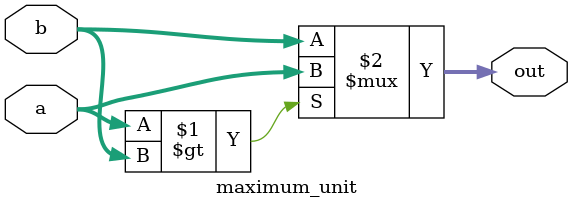
<source format=v>
module maximum_unit (
    input   [15:0]    a,
    input   [15:0]    b,
    output  [15:0]    out
);
    assign out = (a > b) ? a : b;
endmodule

</source>
